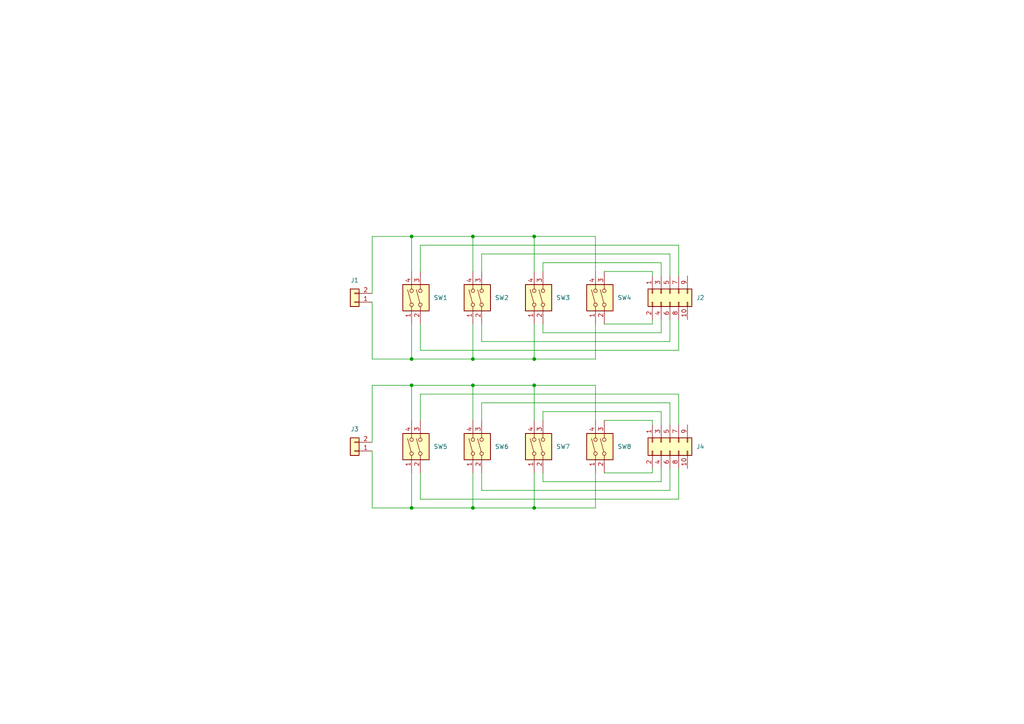
<source format=kicad_sch>
(kicad_sch (version 20211123) (generator eeschema)
  (paper "A4")
  (lib_symbols
    (symbol "Connector_Generic:Conn_01x02" (pin_names (offset 1.016) hide)
      (property "Reference" "J" (at 0 2.54 0))
      (property "Value" "Conn_01x02" (at 0 -5.08 0))
      (symbol "Conn_01x02_1_1"
        (rectangle (start -1.27 -2.413) (end 0 -2.667) (stroke (width 0.1524)))
        (rectangle (start -1.27 0.127) (end 0 -0.127) (stroke (width 0.1524)))
        (rectangle (start -1.27 1.27) (end 1.27 -3.81) (stroke (width 0.254)) (fill (type background)))
        (pin passive line (at -5.08 0 0) (length 3.81) (name "Pin_1") (number "1"))
        (pin passive line (at -5.08 -2.54 0) (length 3.81) (name "Pin_2") (number "2"))
      )
    )
    (symbol "Connector_Generic:Conn_02x05_Odd_Even" (pin_names (offset 1.016) hide)
      (property "Reference" "J" (at 1.27 7.62 0))
      (property "Value" "Conn_02x05_Odd_Even" (at 1.27 -7.62 0))
      (symbol "Conn_02x05_Odd_Even_1_1"
        (rectangle (start -1.27 -4.953) (end 0 -5.207) (stroke (width 0.1524)))
        (rectangle (start -1.27 -2.413) (end 0 -2.667) (stroke (width 0.1524)))
        (rectangle (start -1.27 0.127) (end 0 -0.127) (stroke (width 0.1524)))
        (rectangle (start -1.27 2.667) (end 0 2.413) (stroke (width 0.1524)))
        (rectangle (start -1.27 5.207) (end 0 4.953) (stroke (width 0.1524)))
        (rectangle (start -1.27 6.35) (end 3.81 -6.35) (stroke (width 0.254)) (fill (type background)))
        (rectangle (start 3.81 -4.953) (end 2.54 -5.207) (stroke (width 0.1524)))
        (rectangle (start 3.81 -2.413) (end 2.54 -2.667) (stroke (width 0.1524)))
        (rectangle (start 3.81 0.127) (end 2.54 -0.127) (stroke (width 0.1524)))
        (rectangle (start 3.81 2.667) (end 2.54 2.413) (stroke (width 0.1524)))
        (rectangle (start 3.81 5.207) (end 2.54 4.953) (stroke (width 0.1524)))
        (pin passive line (at -5.08 5.08 0) (length 3.81) (name "Pin_1") (number "1"))
        (pin passive line (at 7.62 -5.08 180) (length 3.81) (name "Pin_10") (number "10"))
        (pin passive line (at 7.62 5.08 180) (length 3.81) (name "Pin_2") (number "2"))
        (pin passive line (at -5.08 2.54 0) (length 3.81) (name "Pin_3") (number "3"))
        (pin passive line (at 7.62 2.54 180) (length 3.81) (name "Pin_4") (number "4"))
        (pin passive line (at -5.08 0 0) (length 3.81) (name "Pin_5") (number "5"))
        (pin passive line (at 7.62 0 180) (length 3.81) (name "Pin_6") (number "6"))
        (pin passive line (at -5.08 -2.54 0) (length 3.81) (name "Pin_7") (number "7"))
        (pin passive line (at 7.62 -2.54 180) (length 3.81) (name "Pin_8") (number "8"))
        (pin passive line (at -5.08 -5.08 0) (length 3.81) (name "Pin_9") (number "9"))
      )
    )
    (symbol "Switch:SW_DIP_x02" (pin_names (offset 0) hide)
      (property "Reference" "SW" (at 0 6.35 0))
      (property "Value" "SW_DIP_x02" (at 0 -3.81 0))
      (symbol "SW_DIP_x02_0_0"
        (circle (center -2.032 0) (radius 0.508))
        (circle (center -2.032 2.54) (radius 0.508))
        (polyline (pts (xy -1.524 0.127) (xy 2.3622 1.1684)))
        (polyline (pts (xy -1.524 2.667) (xy 2.3622 3.7084)))
        (circle (center 2.032 0) (radius 0.508))
        (circle (center 2.032 2.54) (radius 0.508))
      )
      (symbol "SW_DIP_x02_0_1"
        (rectangle (start -3.81 5.08) (end 3.81 -2.54) (stroke (width 0.254)) (fill (type background)))
      )
      (symbol "SW_DIP_x02_1_1"
        (pin passive line (at -7.62 2.54 0) (length 5.08) (name "~") (number "1"))
        (pin passive line (at -7.62 0 0) (length 5.08) (name "~") (number "2"))
        (pin passive line (at 7.62 0 180) (length 5.08) (name "~") (number "3"))
        (pin passive line (at 7.62 2.54 180) (length 5.08) (name "~") (number "4"))
      )
    )
  )
  (junction (at 154.94 68.58))
  (junction (at 119.38 68.58))
  (junction (at 154.94 104.14))
  (junction (at 137.16 111.76))
  (junction (at 137.16 104.14))
  (junction (at 154.94 111.76))
  (junction (at 119.38 104.14))
  (junction (at 119.38 147.32))
  (junction (at 137.16 147.32))
  (junction (at 137.16 68.58))
  (junction (at 119.38 111.76))
  (junction (at 154.94 147.32))
  (wire (pts (xy 157.48 76.2) (xy 157.48 78.74)))
  (wire (pts (xy 157.48 139.7) (xy 191.77 139.7)))
  (wire (pts (xy 191.77 76.2) (xy 191.77 80.01)))
  (wire (pts (xy 194.31 135.89) (xy 194.31 142.24)))
  (wire (pts (xy 175.26 78.74) (xy 189.23 78.74)))
  (wire (pts (xy 121.92 93.98) (xy 121.92 101.6)))
  (wire (pts (xy 196.85 144.78) (xy 196.85 135.89)))
  (wire (pts (xy 107.95 68.58) (xy 119.38 68.58)))
  (wire (pts (xy 121.92 71.12) (xy 121.92 78.74)))
  (wire (pts (xy 191.77 92.71) (xy 191.77 96.52)))
  (wire (pts (xy 172.72 93.98) (xy 172.72 104.14)))
  (wire (pts (xy 189.23 93.98) (xy 189.23 92.71)))
  (wire (pts (xy 107.95 111.76) (xy 119.38 111.76)))
  (wire (pts (xy 107.95 111.76) (xy 107.95 128.27)))
  (wire (pts (xy 172.72 111.76) (xy 172.72 121.92)))
  (wire (pts (xy 172.72 104.14) (xy 154.94 104.14)))
  (wire (pts (xy 157.48 96.52) (xy 157.48 93.98)))
  (wire (pts (xy 172.72 147.32) (xy 154.94 147.32)))
  (wire (pts (xy 121.92 101.6) (xy 196.85 101.6)))
  (wire (pts (xy 154.94 68.58) (xy 172.72 68.58)))
  (wire (pts (xy 137.16 137.16) (xy 137.16 147.32)))
  (wire (pts (xy 189.23 121.92) (xy 189.23 123.19)))
  (wire (pts (xy 119.38 68.58) (xy 137.16 68.58)))
  (wire (pts (xy 139.7 142.24) (xy 194.31 142.24)))
  (wire (pts (xy 139.7 99.06) (xy 194.31 99.06)))
  (wire (pts (xy 154.94 111.76) (xy 154.94 121.92)))
  (wire (pts (xy 194.31 92.71) (xy 194.31 99.06)))
  (wire (pts (xy 154.94 68.58) (xy 154.94 78.74)))
  (wire (pts (xy 137.16 68.58) (xy 154.94 68.58)))
  (wire (pts (xy 175.26 137.16) (xy 189.23 137.16)))
  (wire (pts (xy 191.77 119.38) (xy 191.77 123.19)))
  (wire (pts (xy 191.77 135.89) (xy 191.77 139.7)))
  (wire (pts (xy 189.23 137.16) (xy 189.23 135.89)))
  (wire (pts (xy 137.16 111.76) (xy 154.94 111.76)))
  (wire (pts (xy 157.48 119.38) (xy 157.48 121.92)))
  (wire (pts (xy 121.92 114.3) (xy 196.85 114.3)))
  (wire (pts (xy 154.94 93.98) (xy 154.94 104.14)))
  (wire (pts (xy 172.72 68.58) (xy 172.72 78.74)))
  (wire (pts (xy 189.23 78.74) (xy 189.23 80.01)))
  (wire (pts (xy 137.16 147.32) (xy 119.38 147.32)))
  (wire (pts (xy 139.7 137.16) (xy 139.7 142.24)))
  (wire (pts (xy 119.38 147.32) (xy 107.95 147.32)))
  (wire (pts (xy 154.94 104.14) (xy 137.16 104.14)))
  (wire (pts (xy 194.31 73.66) (xy 194.31 80.01)))
  (wire (pts (xy 196.85 101.6) (xy 196.85 92.71)))
  (wire (pts (xy 119.38 68.58) (xy 119.38 78.74)))
  (wire (pts (xy 121.92 137.16) (xy 121.92 144.78)))
  (wire (pts (xy 154.94 137.16) (xy 154.94 147.32)))
  (wire (pts (xy 154.94 111.76) (xy 172.72 111.76)))
  (wire (pts (xy 107.95 87.63) (xy 107.95 104.14)))
  (wire (pts (xy 157.48 76.2) (xy 191.77 76.2)))
  (wire (pts (xy 119.38 93.98) (xy 119.38 104.14)))
  (wire (pts (xy 139.7 116.84) (xy 139.7 121.92)))
  (wire (pts (xy 157.48 139.7) (xy 157.48 137.16)))
  (wire (pts (xy 121.92 114.3) (xy 121.92 121.92)))
  (wire (pts (xy 154.94 147.32) (xy 137.16 147.32)))
  (wire (pts (xy 139.7 116.84) (xy 194.31 116.84)))
  (wire (pts (xy 196.85 123.19) (xy 196.85 114.3)))
  (wire (pts (xy 139.7 93.98) (xy 139.7 99.06)))
  (wire (pts (xy 137.16 104.14) (xy 119.38 104.14)))
  (wire (pts (xy 121.92 71.12) (xy 196.85 71.12)))
  (wire (pts (xy 137.16 68.58) (xy 137.16 78.74)))
  (wire (pts (xy 175.26 121.92) (xy 189.23 121.92)))
  (wire (pts (xy 119.38 104.14) (xy 107.95 104.14)))
  (wire (pts (xy 107.95 130.81) (xy 107.95 147.32)))
  (wire (pts (xy 119.38 111.76) (xy 119.38 121.92)))
  (wire (pts (xy 139.7 73.66) (xy 139.7 78.74)))
  (wire (pts (xy 175.26 93.98) (xy 189.23 93.98)))
  (wire (pts (xy 137.16 111.76) (xy 137.16 121.92)))
  (wire (pts (xy 137.16 93.98) (xy 137.16 104.14)))
  (wire (pts (xy 107.95 68.58) (xy 107.95 85.09)))
  (wire (pts (xy 119.38 111.76) (xy 137.16 111.76)))
  (wire (pts (xy 119.38 137.16) (xy 119.38 147.32)))
  (wire (pts (xy 121.92 144.78) (xy 196.85 144.78)))
  (wire (pts (xy 157.48 96.52) (xy 191.77 96.52)))
  (wire (pts (xy 157.48 119.38) (xy 191.77 119.38)))
  (wire (pts (xy 139.7 73.66) (xy 194.31 73.66)))
  (wire (pts (xy 196.85 80.01) (xy 196.85 71.12)))
  (wire (pts (xy 194.31 116.84) (xy 194.31 123.19)))
  (wire (pts (xy 172.72 137.16) (xy 172.72 147.32)))
  (symbol (lib_id "Connector_Generic:Conn_02x05_Odd_Even") (at 194.31 128.27 90) (mirror x) (unit 1)
    (property "Reference" "J4" (at 201.93 129.5399 90) (effects (justify right)))
    (property "Value" "Conn_02x05_Odd_Even" (effects hide))
    (property "Footprint" "qds-cv-bypass:SBH11PBPCD05STBK" (effects hide))
  )
  (symbol (lib_id "Switch:SW_DIP_x02") (at 175.26 86.36 90) (unit 1)
    (property "Reference" "SW4" (at 179.07 86.3599 90) (effects (justify right)))
    (property "Value" "SW_DPST" (effects hide))
    (property "Footprint" "qds-cv-bypass:204211STR" (effects hide))
  )
  (symbol (lib_id "Switch:SW_DIP_x02") (at 157.48 86.36 90) (unit 1)
    (property "Reference" "SW3" (at 161.29 86.3599 90) (effects (justify right)))
    (property "Value" "SW_DPST" (effects hide))
    (property "Footprint" "qds-cv-bypass:204211STR" (effects hide))
  )
  (symbol (lib_id "Switch:SW_DIP_x02") (at 121.92 129.54 90) (unit 1)
    (property "Reference" "SW5" (at 125.73 129.54 90) (effects (justify right)))
    (property "Value" "SW_DPST" (effects hide))
    (property "Footprint" "qds-cv-bypass:204211STR" (effects hide))
  )
  (symbol (lib_id "Switch:SW_DIP_x02") (at 121.92 86.36 90) (unit 1)
    (property "Reference" "SW1" (at 125.73 86.36 90) (effects (justify right)))
    (property "Value" "SW_DPST" (effects hide))
    (property "Footprint" "qds-cv-bypass:204211STR" (effects hide))
  )
  (symbol (lib_id "Connector_Generic:Conn_01x02") (at 102.87 130.81 180) (unit 1)
    (property "Reference" "J3" (at 102.87 124.46 0))
    (property "Value" "Conn_01x02" (effects hide))
    (property "Footprint" "Connector_Phoenix_MC:PhoenixContact_MCV_1,5_2-G-3.81_1x02_P3.81mm_Vertical" (effects hide))
  )
  (symbol (lib_id "Connector_Generic:Conn_02x05_Odd_Even") (at 194.31 85.09 90) (mirror x) (unit 1)
    (property "Reference" "J2" (at 201.93 86.3599 90) (effects (justify right)))
    (property "Value" "Conn_02x05_Odd_Even" (effects hide))
    (property "Footprint" "qds-cv-bypass:SBH11PBPCD05STBK" (effects hide))
  )
  (symbol (lib_id "Switch:SW_DIP_x02") (at 139.7 129.54 90) (unit 1)
    (property "Reference" "SW6" (at 143.51 129.54 90) (effects (justify right)))
    (property "Value" "SW_DPST" (effects hide))
    (property "Footprint" "qds-cv-bypass:204211STR" (effects hide))
  )
  (symbol (lib_id "Switch:SW_DIP_x02") (at 139.7 86.36 90) (unit 1)
    (property "Reference" "SW2" (at 143.51 86.36 90) (effects (justify right)))
    (property "Value" "SW_DPST" (effects hide))
    (property "Footprint" "qds-cv-bypass:204211STR" (effects hide))
  )
  (symbol (lib_id "Switch:SW_DIP_x02") (at 157.48 129.54 90) (unit 1)
    (property "Reference" "SW7" (at 161.29 129.5399 90) (effects (justify right)))
    (property "Value" "SW_DPST" (effects hide))
    (property "Footprint" "qds-cv-bypass:204211STR" (effects hide))
  )
  (symbol (lib_id "Switch:SW_DIP_x02") (at 175.26 129.54 90) (unit 1)
    (property "Reference" "SW8" (at 179.07 129.5399 90) (effects (justify right)))
    (property "Value" "SW_DPST" (effects hide))
    (property "Footprint" "qds-cv-bypass:204211STR" (effects hide))
  )
  (symbol (lib_id "Connector_Generic:Conn_01x02") (at 102.87 87.63 180) (unit 1)
    (property "Reference" "J1" (at 102.87 81.28 0))
    (property "Value" "Conn_01x02" (effects hide))
    (property "Footprint" "Connector_Phoenix_MC:PhoenixContact_MCV_1,5_2-G-3.81_1x02_P3.81mm_Vertical" (effects hide))
  )
)
</source>
